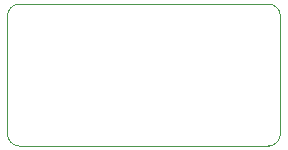
<source format=gbr>
%TF.GenerationSoftware,Altium Limited,Altium Designer,23.5.1 (21)*%
G04 Layer_Color=16711935*
%FSLAX45Y45*%
%MOMM*%
%TF.SameCoordinates,DD9E7470-14DF-4C20-BCD2-90D554482088*%
%TF.FilePolarity,Positive*%
%TF.FileFunction,Other,Board_Shape*%
%TF.Part,Single*%
G01*
G75*
%TA.AperFunction,NonConductor*%
%ADD54C,0.10000*%
D54*
X1531000Y500000D02*
G03*
X1431000Y600000I-100000J0D01*
G01*
Y-600000D02*
G03*
X1531000Y-500000I0J100000D01*
G01*
X-780000D02*
G03*
X-680000Y-600000I100000J0D01*
G01*
X-680000Y600000D02*
G03*
X-780000Y500000I0J-100000D01*
G01*
X1531000Y-500000D02*
Y500000D01*
X-680000Y600000D02*
X1431000D01*
X-680000Y-600000D02*
X1431000D01*
X-780000Y500000D02*
X-780000Y-500000D01*
%TF.MD5,0c9d48f6fce2425f74d52c74d9bcab62*%
M02*

</source>
